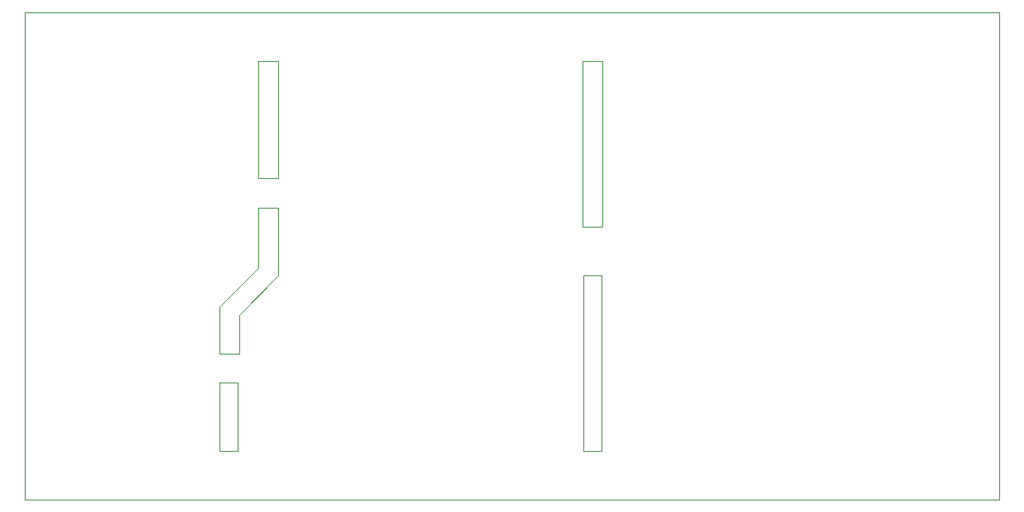
<source format=gbr>
%TF.GenerationSoftware,KiCad,Pcbnew,9.0.2*%
%TF.CreationDate,2025-07-01T15:14:05+08:00*%
%TF.ProjectId,tsal_r_v3,7473616c-5f72-45f7-9633-2e6b69636164,rev?*%
%TF.SameCoordinates,Original*%
%TF.FileFunction,Profile,NP*%
%FSLAX46Y46*%
G04 Gerber Fmt 4.6, Leading zero omitted, Abs format (unit mm)*
G04 Created by KiCad (PCBNEW 9.0.2) date 2025-07-01 15:14:05*
%MOMM*%
%LPD*%
G01*
G04 APERTURE LIST*
%TA.AperFunction,Profile*%
%ADD10C,0.050000*%
%TD*%
G04 APERTURE END LIST*
D10*
X37000000Y-106000000D02*
X41000000Y-102000000D01*
X72250000Y-80000000D02*
X74250000Y-80000000D01*
X74250000Y-97000000D01*
X72250000Y-97000000D01*
X72250000Y-80000000D01*
X41000000Y-95000000D02*
X39000000Y-95000000D01*
X35000000Y-110000000D02*
X37000000Y-110000000D01*
X35000000Y-113000000D02*
X36875000Y-113000000D01*
X36875000Y-120000000D01*
X35000000Y-120000000D01*
X35000000Y-113000000D01*
X41000000Y-102000000D02*
X41000000Y-95000000D01*
X39000000Y-80000000D02*
X41000000Y-80000000D01*
X41000000Y-92000000D01*
X39000000Y-92000000D01*
X39000000Y-80000000D01*
X72312500Y-102000000D02*
X74187500Y-102000000D01*
X74187500Y-120000000D01*
X72312500Y-120000000D01*
X72312500Y-102000000D01*
X39000000Y-95000000D02*
X39000000Y-101200000D01*
X39000000Y-101200000D02*
X35000000Y-105200000D01*
X37000000Y-110000000D02*
X37000000Y-106000000D01*
X15000000Y-75000000D02*
X115000000Y-75000000D01*
X115000000Y-125000000D01*
X15000000Y-125000000D01*
X15000000Y-75000000D01*
X35000000Y-105200000D02*
X35000000Y-110000000D01*
M02*

</source>
